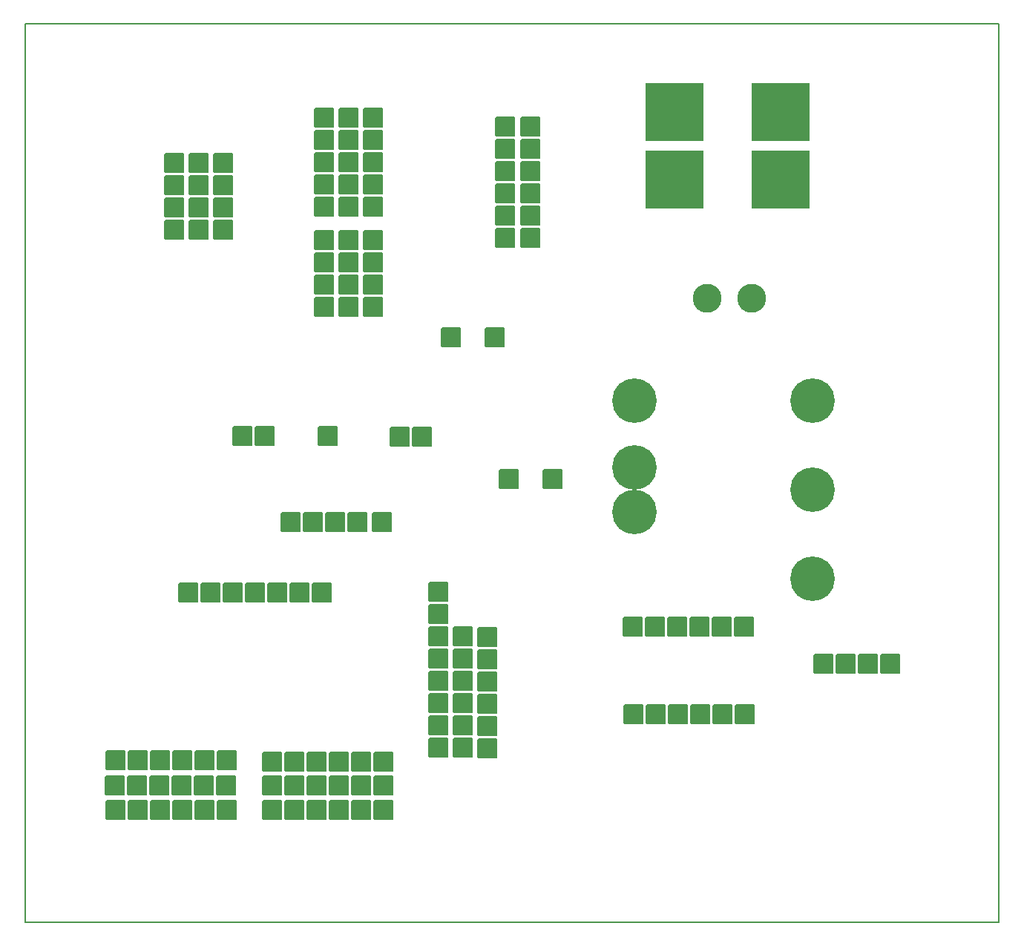
<source format=gbr>
G04 PROTEUS RS274X GERBER FILE*
%FSLAX45Y45*%
%MOMM*%
G01*
%AMPPAD013*
4,1,36,
-1.016000,1.143000,
1.016000,1.143000,
1.041970,1.140470,
1.065980,1.133200,
1.087580,1.121650,
1.106290,1.106290,
1.121650,1.087570,
1.133200,1.065980,
1.140470,1.041970,
1.143000,1.016000,
1.143000,-1.016000,
1.140470,-1.041970,
1.133200,-1.065980,
1.121650,-1.087570,
1.106290,-1.106290,
1.087580,-1.121650,
1.065980,-1.133200,
1.041970,-1.140470,
1.016000,-1.143000,
-1.016000,-1.143000,
-1.041970,-1.140470,
-1.065980,-1.133200,
-1.087580,-1.121650,
-1.106290,-1.106290,
-1.121650,-1.087570,
-1.133200,-1.065980,
-1.140470,-1.041970,
-1.143000,-1.016000,
-1.143000,1.016000,
-1.140470,1.041970,
-1.133200,1.065980,
-1.121650,1.087570,
-1.106290,1.106290,
-1.087580,1.121650,
-1.065980,1.133200,
-1.041970,1.140470,
-1.016000,1.143000,
0*%
%ADD21PPAD013*%
%AMPPAD014*
4,1,36,
-1.143000,-1.016000,
-1.143000,1.016000,
-1.140470,1.041970,
-1.133200,1.065980,
-1.121650,1.087580,
-1.106290,1.106290,
-1.087570,1.121650,
-1.065980,1.133200,
-1.041970,1.140470,
-1.016000,1.143000,
1.016000,1.143000,
1.041970,1.140470,
1.065980,1.133200,
1.087570,1.121650,
1.106290,1.106290,
1.121650,1.087580,
1.133200,1.065980,
1.140470,1.041970,
1.143000,1.016000,
1.143000,-1.016000,
1.140470,-1.041970,
1.133200,-1.065980,
1.121650,-1.087580,
1.106290,-1.106290,
1.087570,-1.121650,
1.065980,-1.133200,
1.041970,-1.140470,
1.016000,-1.143000,
-1.016000,-1.143000,
-1.041970,-1.140470,
-1.065980,-1.133200,
-1.087570,-1.121650,
-1.106290,-1.106290,
-1.121650,-1.087580,
-1.133200,-1.065980,
-1.140470,-1.041970,
-1.143000,-1.016000,
0*%
%ADD22PPAD014*%
%AMPPAD015*
4,1,36,
-3.302000,-3.175000,
-3.302000,3.175000,
-3.299470,3.200970,
-3.292200,3.224980,
-3.280650,3.246580,
-3.265290,3.265290,
-3.246570,3.280650,
-3.224980,3.292200,
-3.200970,3.299470,
-3.175000,3.302000,
3.175000,3.302000,
3.200970,3.299470,
3.224980,3.292200,
3.246570,3.280650,
3.265290,3.265290,
3.280650,3.246580,
3.292200,3.224980,
3.299470,3.200970,
3.302000,3.175000,
3.302000,-3.175000,
3.299470,-3.200970,
3.292200,-3.224980,
3.280650,-3.246580,
3.265290,-3.265290,
3.246570,-3.280650,
3.224980,-3.292200,
3.200970,-3.299470,
3.175000,-3.302000,
-3.175000,-3.302000,
-3.200970,-3.299470,
-3.224980,-3.292200,
-3.246570,-3.280650,
-3.265290,-3.265290,
-3.280650,-3.246580,
-3.292200,-3.224980,
-3.299470,-3.200970,
-3.302000,-3.175000,
0*%
%ADD23PPAD015*%
%AMPPAD016*
4,1,36,
1.016000,1.143000,
-1.016000,1.143000,
-1.041970,1.140470,
-1.065980,1.133200,
-1.087580,1.121650,
-1.106290,1.106290,
-1.121650,1.087570,
-1.133200,1.065980,
-1.140470,1.041970,
-1.143000,1.016000,
-1.143000,-1.016000,
-1.140470,-1.041970,
-1.133200,-1.065980,
-1.121650,-1.087570,
-1.106290,-1.106290,
-1.087580,-1.121650,
-1.065980,-1.133200,
-1.041970,-1.140470,
-1.016000,-1.143000,
1.016000,-1.143000,
1.041970,-1.140470,
1.065980,-1.133200,
1.087580,-1.121650,
1.106290,-1.106290,
1.121650,-1.087570,
1.133200,-1.065980,
1.140470,-1.041970,
1.143000,-1.016000,
1.143000,1.016000,
1.140470,1.041970,
1.133200,1.065980,
1.121650,1.087570,
1.106290,1.106290,
1.087580,1.121650,
1.065980,1.133200,
1.041970,1.140470,
1.016000,1.143000,
0*%
%ADD24PPAD016*%
%ADD25C,3.302000*%
%ADD26C,5.080000*%
%ADD14C,0.203200*%
%TD.AperFunction*%
D21*
X-9201000Y-1468300D03*
X-8947000Y-1468300D03*
X-8693000Y-1468300D03*
X-8439000Y-1468300D03*
X-8185000Y-1468300D03*
X-7931000Y-1468300D03*
X-9206880Y-1186360D03*
X-8952880Y-1186360D03*
X-8698880Y-1186360D03*
X-8444880Y-1186360D03*
X-8190880Y-1186360D03*
X-7936880Y-1186360D03*
X-9201000Y-901880D03*
X-8947000Y-901880D03*
X-8693000Y-901880D03*
X-8439000Y-901880D03*
X-8185000Y-901880D03*
X-7931000Y-901880D03*
X-7413000Y-1468300D03*
X-7159000Y-1468300D03*
X-6905000Y-1468300D03*
X-6651000Y-1468300D03*
X-6397000Y-1468300D03*
X-6143000Y-1468300D03*
X-7413000Y-1191440D03*
X-7159000Y-1191440D03*
X-6905000Y-1191440D03*
X-6651000Y-1191440D03*
X-6397000Y-1191440D03*
X-6143000Y-1191440D03*
X-7413000Y-914580D03*
X-7159000Y-914580D03*
X-6905000Y-914580D03*
X-6651000Y-914580D03*
X-6397000Y-914580D03*
X-6143000Y-914580D03*
D22*
X-5236220Y-759640D03*
X-5236220Y-505640D03*
X-5236220Y-251640D03*
X-5236220Y+2360D03*
X-5236220Y+256360D03*
X-5236220Y+510360D03*
D21*
X-8369480Y+1015820D03*
X-8115480Y+1015820D03*
X-7861480Y+1015820D03*
X-7607480Y+1015820D03*
X-7353480Y+1015820D03*
X-7099480Y+1015820D03*
X-6845480Y+1015820D03*
D22*
X-4956820Y-762180D03*
X-4956820Y-508180D03*
X-4956820Y-254180D03*
X-4956820Y-180D03*
X-4956820Y+253820D03*
X-4956820Y+507820D03*
X-5513080Y-757100D03*
X-5513080Y-503100D03*
X-5513080Y-249100D03*
X-5513080Y+4900D03*
X-5513080Y+258900D03*
X-5513080Y+512900D03*
X-5513080Y+766900D03*
X-5513080Y+1020900D03*
X-8528340Y+5913620D03*
X-8528340Y+5659620D03*
X-8528340Y+5405620D03*
X-8528340Y+5151620D03*
X-8248340Y+5913620D03*
X-8248340Y+5659620D03*
X-8248340Y+5405620D03*
X-8248340Y+5151620D03*
X-7968340Y+5913620D03*
X-7968340Y+5659620D03*
X-7968340Y+5405620D03*
X-7968340Y+5151620D03*
X-6818340Y+5035620D03*
X-6818340Y+4781620D03*
X-6818340Y+4527620D03*
X-6818340Y+4273620D03*
X-6538340Y+5035620D03*
X-6538340Y+4781620D03*
X-6538340Y+4527620D03*
X-6538340Y+4273620D03*
X-6263280Y+5037760D03*
X-6263280Y+4783760D03*
X-6263280Y+4529760D03*
X-6263280Y+4275760D03*
X-6817000Y+5417760D03*
X-6817000Y+5671760D03*
X-6817000Y+5925760D03*
X-6817000Y+6179760D03*
X-6817000Y+6433760D03*
X-6540140Y+5417760D03*
X-6540140Y+5671760D03*
X-6540140Y+5925760D03*
X-6540140Y+6179760D03*
X-6540140Y+6433760D03*
X-6263280Y+5417760D03*
X-6263280Y+5671760D03*
X-6263280Y+5925760D03*
X-6263280Y+6179760D03*
X-6263280Y+6433760D03*
X-4463080Y+6329760D03*
X-4463080Y+6075760D03*
X-4463080Y+5821760D03*
X-4463080Y+5567760D03*
X-4463080Y+5313760D03*
X-4463080Y+5059760D03*
X-4750100Y+6327220D03*
X-4750100Y+6073220D03*
X-4750100Y+5819220D03*
X-4750100Y+5565220D03*
X-4750100Y+5311220D03*
X-4750100Y+5057220D03*
D21*
X-5703900Y+2790740D03*
X-5957900Y+2790740D03*
D23*
X-2819460Y+5732580D03*
X-2819460Y+6502580D03*
D21*
X-7747000Y+2798619D03*
X-7493000Y+2798619D03*
D23*
X-1607420Y+5729940D03*
X-1607420Y+6499940D03*
D21*
X-3293380Y+619460D03*
X-3039380Y+619460D03*
X-2785380Y+619460D03*
X-2531380Y+619460D03*
X-2277380Y+619460D03*
X-2023380Y+619460D03*
X-3290840Y-375700D03*
X-3036840Y-375700D03*
X-2782840Y-375700D03*
X-2528840Y-375700D03*
X-2274840Y-375700D03*
X-2020840Y-375700D03*
D24*
X-362000Y+197641D03*
X-616000Y+197641D03*
X-870000Y+197641D03*
X-1124000Y+197641D03*
D21*
X-7198000Y+1813140D03*
X-6944000Y+1813140D03*
X-6690000Y+1813140D03*
X-6436000Y+1813140D03*
X-6777819Y+2797639D03*
D22*
X-6159600Y+1815200D03*
D21*
X-5368520Y+3924380D03*
X-4868520Y+3924380D03*
D25*
X-2448000Y+4377641D03*
X-1940000Y+4377641D03*
D22*
X-4207641Y+2310000D03*
X-4707641Y+2310000D03*
D26*
X-3278340Y+3203620D03*
X-3278340Y+2441620D03*
X-3278340Y+1933620D03*
X-1246340Y+1171620D03*
X-1246340Y+2187620D03*
X-1246340Y+3203620D03*
D14*
X-10230000Y-2750000D02*
X+880000Y-2750000D01*
X+880000Y+7510000D01*
X-10230000Y+7510000D01*
X-10230000Y-2750000D01*
M02*

</source>
